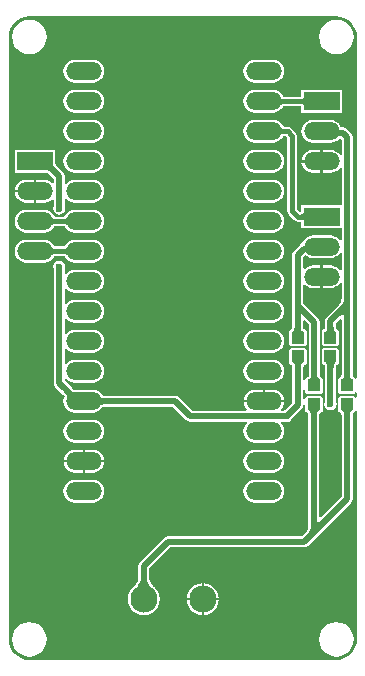
<source format=gtl>
G04*
G04 #@! TF.GenerationSoftware,Altium Limited,Altium Designer,21.6.4 (81)*
G04*
G04 Layer_Physical_Order=1*
G04 Layer_Color=255*
%FSLAX25Y25*%
%MOIN*%
G70*
G04*
G04 #@! TF.SameCoordinates,4A2346EC-D30A-4EC8-B750-871CECD4BB15*
G04*
G04*
G04 #@! TF.FilePolarity,Positive*
G04*
G01*
G75*
%ADD10C,0.02000*%
G04:AMPARAMS|DCode=15|XSize=43.31mil|YSize=39.37mil|CornerRadius=2.95mil|HoleSize=0mil|Usage=FLASHONLY|Rotation=0.000|XOffset=0mil|YOffset=0mil|HoleType=Round|Shape=RoundedRectangle|*
%AMROUNDEDRECTD15*
21,1,0.04331,0.03347,0,0,0.0*
21,1,0.03740,0.03937,0,0,0.0*
1,1,0.00591,0.01870,-0.01673*
1,1,0.00591,-0.01870,-0.01673*
1,1,0.00591,-0.01870,0.01673*
1,1,0.00591,0.01870,0.01673*
%
%ADD15ROUNDEDRECTD15*%
%ADD21C,0.01500*%
%ADD22C,0.02756*%
%ADD23R,0.11874X0.05937*%
%ADD24O,0.11874X0.05937*%
%ADD25C,0.09055*%
%ADD26C,0.02362*%
G36*
X111575Y215390D02*
X112862Y214999D01*
X114048Y214366D01*
X115087Y213512D01*
X115940Y212473D01*
X116574Y211287D01*
X116965Y210000D01*
X117096Y208670D01*
X117094Y208661D01*
X117094Y94903D01*
X116594Y94751D01*
X116439Y94983D01*
X116077Y95225D01*
X115777Y95284D01*
X115762Y95309D01*
X115715Y95428D01*
X115668Y95608D01*
X115629Y95846D01*
X115615Y96015D01*
Y119488D01*
Y175231D01*
X115475Y175933D01*
X115077Y176529D01*
X113613Y177993D01*
X113017Y178391D01*
X112315Y178531D01*
X111797D01*
X111575Y179066D01*
X110971Y179853D01*
X110184Y180457D01*
X109267Y180837D01*
X108283Y180966D01*
X102347D01*
X101363Y180837D01*
X100446Y180457D01*
X99659Y179853D01*
X99055Y179066D01*
X98675Y178149D01*
X98545Y177165D01*
X98675Y176182D01*
X99055Y175265D01*
X99659Y174478D01*
X100446Y173874D01*
X101363Y173494D01*
X102347Y173364D01*
X108283D01*
X109267Y173494D01*
X110184Y173874D01*
X110971Y174478D01*
X111082Y174622D01*
X111604Y174661D01*
X111944Y174337D01*
Y169406D01*
X111444Y169237D01*
X110971Y169853D01*
X110184Y170457D01*
X109267Y170837D01*
X108283Y170966D01*
X105715D01*
Y167165D01*
Y163364D01*
X108283D01*
X109267Y163494D01*
X110184Y163874D01*
X110971Y164478D01*
X111444Y165094D01*
X111944Y164924D01*
Y152548D01*
X98578D01*
Y150360D01*
X98489Y150336D01*
X98332Y150310D01*
X98224Y150301D01*
X97997D01*
X97053Y151245D01*
Y175787D01*
X96933Y176392D01*
X96590Y176905D01*
X95151Y178344D01*
X94639Y178686D01*
X94034Y178806D01*
X92934D01*
X92780Y178818D01*
X92565Y178847D01*
X92403Y178883D01*
X92379Y178891D01*
X92281Y179127D01*
X91677Y179914D01*
X90890Y180518D01*
X89973Y180898D01*
X88990Y181027D01*
X83053D01*
X82069Y180898D01*
X81152Y180518D01*
X80365Y179914D01*
X79761Y179127D01*
X79381Y178210D01*
X79252Y177226D01*
X79381Y176242D01*
X79761Y175326D01*
X80365Y174538D01*
X81152Y173934D01*
X82069Y173555D01*
X83053Y173425D01*
X88990D01*
X89973Y173555D01*
X90890Y173934D01*
X91677Y174538D01*
X92281Y175326D01*
X92379Y175562D01*
X92403Y175570D01*
X92552Y175602D01*
X92976Y175646D01*
X93379D01*
X93892Y175133D01*
Y150591D01*
X94012Y149986D01*
X94355Y149473D01*
X96225Y147603D01*
X96738Y147260D01*
X97342Y147140D01*
X98224D01*
X98332Y147131D01*
X98489Y147105D01*
X98578Y147081D01*
Y145011D01*
X111944D01*
Y141021D01*
X111444Y140851D01*
X110971Y141467D01*
X110184Y142071D01*
X109267Y142451D01*
X108283Y142580D01*
X102347D01*
X101363Y142451D01*
X100446Y142071D01*
X99659Y141467D01*
X99055Y140680D01*
X98706Y139837D01*
X98606Y139817D01*
X98010Y139420D01*
X96030Y137439D01*
X95632Y136844D01*
X95493Y136142D01*
Y126951D01*
X95518Y126826D01*
X95493Y126701D01*
Y112099D01*
X95482Y112004D01*
X95448Y111825D01*
X95402Y111666D01*
X95346Y111527D01*
X95281Y111404D01*
X95207Y111295D01*
X95123Y111196D01*
X95025Y111105D01*
X94878Y110995D01*
X94871Y110988D01*
X94781Y110927D01*
X94677Y110772D01*
X94665Y110759D01*
X94662Y110749D01*
X94539Y110565D01*
X94454Y110138D01*
Y106791D01*
X94539Y106364D01*
X94781Y106002D01*
X95144Y105760D01*
X95571Y105675D01*
X99311D01*
X99738Y105760D01*
X100101Y106002D01*
X100343Y106364D01*
X100428Y106791D01*
Y110138D01*
X100343Y110565D01*
X100101Y110927D01*
X99738Y111170D01*
X99322Y111252D01*
X99309Y111273D01*
X99263Y111387D01*
X99216Y111563D01*
X99178Y111797D01*
X99163Y111965D01*
Y114123D01*
X99625Y114315D01*
X101019Y112921D01*
Y96020D01*
X101005Y95851D01*
X100966Y95617D01*
X100919Y95440D01*
X100873Y95326D01*
X100860Y95305D01*
X100459Y95225D01*
X100096Y94983D01*
X99854Y94620D01*
X99769Y94193D01*
X99276Y94210D01*
Y98670D01*
X99291Y98839D01*
X99329Y99077D01*
X99376Y99257D01*
X99423Y99376D01*
X99438Y99401D01*
X99738Y99460D01*
X100101Y99703D01*
X100343Y100065D01*
X100428Y100492D01*
Y103839D01*
X100343Y104266D01*
X100101Y104628D01*
X99738Y104870D01*
X99311Y104955D01*
X95571D01*
X95144Y104870D01*
X94781Y104628D01*
X94539Y104266D01*
X94454Y103839D01*
Y100492D01*
X94539Y100065D01*
X94781Y99703D01*
X95144Y99460D01*
X95444Y99401D01*
X95458Y99376D01*
X95505Y99257D01*
X95553Y99077D01*
X95591Y98839D01*
X95606Y98670D01*
Y86784D01*
X92982Y84161D01*
X92928Y84150D01*
X92882Y84119D01*
X91861D01*
X91743Y84619D01*
X92300Y85344D01*
X92679Y86260D01*
X92756Y86844D01*
X86039D01*
X79322D01*
X79399Y86260D01*
X79779Y85344D01*
X80335Y84619D01*
X80217Y84119D01*
X62177D01*
X57754Y88542D01*
X57159Y88940D01*
X56457Y89079D01*
X33181D01*
X32932Y89096D01*
X32595Y89139D01*
X32326Y89194D01*
X32242Y89220D01*
X31696Y89932D01*
X30908Y90536D01*
X29992Y90916D01*
X29008Y91045D01*
X23071D01*
X23025Y91039D01*
X22841Y91142D01*
X22596Y91308D01*
X22065Y91751D01*
X19650Y94166D01*
Y94690D01*
X20150Y94860D01*
X20383Y94556D01*
X21170Y93952D01*
X22087Y93573D01*
X23071Y93443D01*
X29008D01*
X29992Y93573D01*
X30908Y93952D01*
X31696Y94556D01*
X32300Y95344D01*
X32679Y96260D01*
X32809Y97244D01*
X32679Y98228D01*
X32300Y99145D01*
X31696Y99932D01*
X30908Y100536D01*
X29992Y100916D01*
X29008Y101045D01*
X23071D01*
X22087Y100916D01*
X21170Y100536D01*
X20383Y99932D01*
X20150Y99628D01*
X19650Y99798D01*
Y104690D01*
X20150Y104860D01*
X20383Y104556D01*
X21170Y103952D01*
X22087Y103573D01*
X23071Y103443D01*
X29008D01*
X29992Y103573D01*
X30908Y103952D01*
X31696Y104556D01*
X32300Y105344D01*
X32679Y106260D01*
X32809Y107244D01*
X32679Y108228D01*
X32300Y109145D01*
X31696Y109932D01*
X30908Y110536D01*
X29992Y110916D01*
X29008Y111045D01*
X23071D01*
X22087Y110916D01*
X21170Y110536D01*
X20383Y109932D01*
X20150Y109628D01*
X19650Y109798D01*
Y114690D01*
X20150Y114860D01*
X20383Y114556D01*
X21170Y113952D01*
X22087Y113573D01*
X23071Y113443D01*
X29008D01*
X29992Y113573D01*
X30908Y113952D01*
X31696Y114556D01*
X32300Y115344D01*
X32679Y116260D01*
X32809Y117244D01*
X32679Y118228D01*
X32300Y119145D01*
X31696Y119932D01*
X30908Y120536D01*
X29992Y120916D01*
X29008Y121045D01*
X23071D01*
X22087Y120916D01*
X21170Y120536D01*
X20383Y119932D01*
X20150Y119628D01*
X19650Y119798D01*
Y124647D01*
X20150Y124817D01*
X20365Y124538D01*
X21152Y123933D01*
X22069Y123554D01*
X23053Y123424D01*
X28990D01*
X29973Y123554D01*
X30890Y123933D01*
X31677Y124538D01*
X32281Y125325D01*
X32661Y126241D01*
X32791Y127225D01*
X32661Y128209D01*
X32281Y129126D01*
X31677Y129913D01*
X30890Y130517D01*
X29973Y130897D01*
X28990Y131026D01*
X23053D01*
X22069Y130897D01*
X21152Y130517D01*
X20365Y129913D01*
X20150Y129633D01*
X19650Y129803D01*
Y131267D01*
X19681Y131314D01*
X19835Y132087D01*
X19681Y132860D01*
X19243Y133515D01*
X18588Y133953D01*
X17815Y134107D01*
X17042Y133953D01*
X16387Y133515D01*
X15949Y132860D01*
X15795Y132087D01*
X15949Y131314D01*
X15980Y131267D01*
Y93405D01*
X16119Y92703D01*
X16517Y92108D01*
X19160Y89465D01*
X19317Y89284D01*
X19510Y89032D01*
X19642Y88827D01*
X19645Y88821D01*
X19399Y88228D01*
X19270Y87244D01*
X19399Y86260D01*
X19779Y85344D01*
X20383Y84556D01*
X21170Y83952D01*
X22087Y83573D01*
X23071Y83443D01*
X29008D01*
X29992Y83573D01*
X30908Y83952D01*
X31696Y84556D01*
X32242Y85268D01*
X32326Y85294D01*
X32583Y85347D01*
X33235Y85409D01*
X55696D01*
X60120Y80986D01*
X60715Y80588D01*
X61417Y80448D01*
X80278D01*
X80439Y79975D01*
X80383Y79932D01*
X79779Y79145D01*
X79399Y78228D01*
X79270Y77244D01*
X79399Y76260D01*
X79779Y75344D01*
X80383Y74556D01*
X81170Y73952D01*
X82087Y73573D01*
X83071Y73443D01*
X89008D01*
X89992Y73573D01*
X90908Y73952D01*
X91696Y74556D01*
X92300Y75344D01*
X92679Y76260D01*
X92809Y77244D01*
X92679Y78228D01*
X92300Y79145D01*
X91696Y79932D01*
X91640Y79975D01*
X91800Y80448D01*
X92882D01*
X92928Y80417D01*
X93701Y80264D01*
X94474Y80417D01*
X95129Y80855D01*
X95567Y81511D01*
X95578Y81565D01*
X98739Y84726D01*
X99137Y85321D01*
X99276Y86024D01*
X99769Y86006D01*
Y84547D01*
X99854Y84120D01*
X100096Y83758D01*
X100459Y83516D01*
X100759Y83456D01*
X100773Y83431D01*
X100821Y83312D01*
X100868Y83132D01*
X100906Y82894D01*
X100921Y82725D01*
Y45717D01*
X100892Y45460D01*
X100834Y45153D01*
X100752Y44858D01*
X100648Y44574D01*
X100521Y44299D01*
X100370Y44033D01*
X100194Y43775D01*
X100033Y43573D01*
X98649Y42190D01*
X54134D01*
X53431Y42050D01*
X52836Y41652D01*
X44738Y33554D01*
X44340Y32958D01*
X44200Y32256D01*
Y28079D01*
X44153Y27816D01*
X44068Y27524D01*
X43944Y27214D01*
X43779Y26888D01*
X43571Y26545D01*
X43326Y26197D01*
X42674Y25424D01*
X42409Y25153D01*
X42236Y25020D01*
X41382Y23907D01*
X40845Y22611D01*
X40662Y21220D01*
X40845Y19830D01*
X41382Y18534D01*
X42236Y17421D01*
X43349Y16567D01*
X44645Y16030D01*
X46035Y15847D01*
X47426Y16030D01*
X48722Y16567D01*
X49835Y17421D01*
X50689Y18534D01*
X51226Y19830D01*
X51409Y21220D01*
X51226Y22611D01*
X50689Y23907D01*
X49835Y25020D01*
X49662Y25153D01*
X49389Y25432D01*
X49048Y25816D01*
X48751Y26187D01*
X48499Y26545D01*
X48292Y26888D01*
X48127Y27214D01*
X48003Y27524D01*
X47918Y27816D01*
X47871Y28079D01*
Y31496D01*
X54894Y38519D01*
X99410D01*
X100112Y38659D01*
X100707Y39057D01*
X104054Y42403D01*
X104054Y42403D01*
X115077Y53427D01*
X115475Y54022D01*
X115615Y54724D01*
Y82725D01*
X115629Y82894D01*
X115668Y83132D01*
X115715Y83312D01*
X115762Y83431D01*
X115777Y83456D01*
X116077Y83516D01*
X116439Y83758D01*
X116594Y83989D01*
X117094Y83837D01*
Y7874D01*
X117096Y7865D01*
X116965Y6536D01*
X116574Y5249D01*
X115940Y4063D01*
X115087Y3023D01*
X114048Y2170D01*
X112862Y1536D01*
X111575Y1146D01*
X110245Y1015D01*
X110236Y1016D01*
X7874D01*
X7865Y1015D01*
X6536Y1146D01*
X5249Y1536D01*
X4063Y2170D01*
X3023Y3023D01*
X2170Y4063D01*
X1536Y5249D01*
X1146Y6536D01*
X1015Y7865D01*
X1016Y7874D01*
X1016Y208163D01*
X1016Y208170D01*
X1016Y208661D01*
X1061Y209143D01*
X1146Y210000D01*
X1536Y211287D01*
X2170Y212473D01*
X3023Y213512D01*
X4063Y214366D01*
X5249Y214999D01*
X6536Y215390D01*
X7865Y215521D01*
X7874Y215519D01*
X110236D01*
X110245Y215521D01*
X111575Y215390D01*
D02*
G37*
G36*
X91548Y178579D02*
X91602Y178453D01*
X91694Y178341D01*
X91821Y178244D01*
X91985Y178162D01*
X92186Y178095D01*
X92422Y178043D01*
X92696Y178006D01*
X93006Y177984D01*
X93352Y177976D01*
Y176476D01*
X93006Y176469D01*
X92422Y176409D01*
X92186Y176357D01*
X91985Y176290D01*
X91821Y176208D01*
X91694Y176111D01*
X91602Y176000D01*
X91548Y175873D01*
X91530Y175732D01*
Y178720D01*
X91548Y178579D01*
D02*
G37*
G36*
X111176Y177779D02*
X111208Y177762D01*
X111264Y177746D01*
X111343Y177733D01*
X111446Y177722D01*
X111896Y177700D01*
X112315Y177696D01*
Y175696D01*
X112027Y175695D01*
X110801Y175613D01*
X110782Y175594D01*
X111168Y177799D01*
X111176Y177779D01*
D02*
G37*
G36*
X99402Y147221D02*
X99387Y147363D01*
X99341Y147491D01*
X99266Y147603D01*
X99160Y147701D01*
X99024Y147783D01*
X98858Y147851D01*
X98661Y147903D01*
X98434Y147941D01*
X98177Y147963D01*
X97890Y147970D01*
Y149470D01*
X98177Y149478D01*
X98434Y149501D01*
X98661Y149538D01*
X98858Y149591D01*
X99024Y149658D01*
X99160Y149741D01*
X99266Y149838D01*
X99341Y149951D01*
X99387Y150078D01*
X99402Y150221D01*
Y147221D01*
D02*
G37*
G36*
X111944Y136539D02*
Y131020D01*
X111444Y130851D01*
X110971Y131467D01*
X110184Y132071D01*
X109267Y132451D01*
X108283Y132580D01*
X105715D01*
Y128779D01*
Y124978D01*
X108283D01*
X109267Y125108D01*
X110184Y125488D01*
X110971Y126092D01*
X111444Y126708D01*
X111944Y126539D01*
Y121504D01*
X111916Y121247D01*
X111857Y120940D01*
X111776Y120645D01*
X111672Y120361D01*
X111545Y120087D01*
X111393Y119821D01*
X111218Y119562D01*
X111056Y119360D01*
X106970Y115274D01*
X106572Y114679D01*
X106432Y113976D01*
Y111960D01*
X106418Y111791D01*
X106379Y111553D01*
X106332Y111373D01*
X106285Y111254D01*
X106271Y111229D01*
X105970Y111170D01*
X105608Y110927D01*
X105366Y110565D01*
X105281Y110138D01*
Y106791D01*
X105366Y106364D01*
X105608Y106002D01*
X105970Y105760D01*
X106398Y105675D01*
X110138D01*
X110565Y105760D01*
X110927Y106002D01*
X111170Y106364D01*
X111255Y106791D01*
Y110138D01*
X111170Y110565D01*
X110927Y110927D01*
X110565Y111170D01*
X110265Y111229D01*
X110250Y111254D01*
X110203Y111373D01*
X110156Y111553D01*
X110117Y111791D01*
X110103Y111960D01*
Y113216D01*
X111482Y114595D01*
X111944Y114404D01*
Y96015D01*
X111930Y95846D01*
X111891Y95608D01*
X111844Y95428D01*
X111797Y95309D01*
X111782Y95284D01*
X111482Y95225D01*
X111120Y94983D01*
X110878Y94620D01*
X110793Y94193D01*
Y90847D01*
X110878Y90419D01*
X111120Y90057D01*
X111482Y89815D01*
X111909Y89730D01*
X115650D01*
X116077Y89815D01*
X116439Y90057D01*
X116594Y90288D01*
X117094Y90136D01*
Y88604D01*
X116594Y88452D01*
X116439Y88683D01*
X116077Y88925D01*
X115650Y89010D01*
X111909D01*
X111482Y88925D01*
X111120Y88683D01*
X110878Y88321D01*
X110793Y87894D01*
Y84547D01*
X110878Y84120D01*
X111120Y83758D01*
X111482Y83516D01*
X111782Y83456D01*
X111797Y83431D01*
X111844Y83312D01*
X111891Y83132D01*
X111930Y82894D01*
X111944Y82725D01*
Y55485D01*
X105053Y48593D01*
X104591Y48785D01*
Y82725D01*
X104606Y82894D01*
X104644Y83132D01*
X104691Y83312D01*
X104738Y83431D01*
X104753Y83456D01*
X105053Y83516D01*
X105416Y83758D01*
X105658Y84120D01*
X105743Y84547D01*
Y87894D01*
X105658Y88321D01*
X105416Y88683D01*
X105053Y88925D01*
X104626Y89010D01*
X100886D01*
X100459Y88925D01*
X100096Y88683D01*
X99854Y88321D01*
X99769Y87894D01*
X99276Y87911D01*
Y90829D01*
X99769Y90847D01*
X99854Y90419D01*
X100096Y90057D01*
X100459Y89815D01*
X100886Y89730D01*
X104626D01*
X105053Y89815D01*
X105416Y90057D01*
X105658Y90419D01*
X105743Y90847D01*
Y94193D01*
X105658Y94620D01*
X105534Y94805D01*
X105531Y94815D01*
X105519Y94828D01*
X105416Y94983D01*
X105325Y95043D01*
X105318Y95051D01*
X105167Y95163D01*
X105067Y95257D01*
X104980Y95357D01*
X104904Y95468D01*
X104838Y95591D01*
X104781Y95730D01*
X104735Y95887D01*
X104700Y96064D01*
X104690Y96160D01*
Y113681D01*
X104550Y114383D01*
X104152Y114979D01*
X99163Y119968D01*
Y125916D01*
X99641Y126086D01*
X99663Y126088D01*
X100446Y125488D01*
X101363Y125108D01*
X102347Y124978D01*
X104915D01*
Y128779D01*
Y132580D01*
X102347D01*
X101363Y132451D01*
X100446Y132071D01*
X99663Y131471D01*
X99472Y131494D01*
X99163Y131599D01*
Y135381D01*
X99780Y135998D01*
X100446Y135488D01*
X101363Y135108D01*
X102347Y134978D01*
X108283D01*
X109267Y135108D01*
X110184Y135488D01*
X110971Y136092D01*
X111444Y136708D01*
X111944Y136539D01*
D02*
G37*
G36*
X114779Y119488D02*
X112779Y115074D01*
X112765Y115440D01*
X112723Y115737D01*
X112652Y115967D01*
X112553Y116128D01*
X112426Y116220D01*
X112270Y116245D01*
X112087Y116201D01*
X111874Y116089D01*
X111634Y115908D01*
X111365Y115660D01*
Y118488D01*
X111634Y118777D01*
X111874Y119077D01*
X112087Y119389D01*
X112270Y119713D01*
X112426Y120049D01*
X112553Y120396D01*
X112652Y120755D01*
X112723Y121126D01*
X112765Y121508D01*
X112779Y121902D01*
X114779Y119488D01*
D02*
G37*
G36*
X109278Y112038D02*
X109307Y111690D01*
X109357Y111384D01*
X109427Y111118D01*
X109516Y110893D01*
X109625Y110709D01*
X109754Y110566D01*
X109903Y110464D01*
X110072Y110402D01*
X110261Y110382D01*
X106274D01*
X106463Y110402D01*
X106632Y110464D01*
X106781Y110566D01*
X106910Y110709D01*
X107019Y110893D01*
X107109Y111118D01*
X107178Y111384D01*
X107228Y111690D01*
X107258Y112038D01*
X107268Y112427D01*
X109268D01*
X109278Y112038D01*
D02*
G37*
G36*
X98338Y112041D02*
X98368Y111696D01*
X98418Y111391D01*
X98488Y111128D01*
X98577Y110907D01*
X98687Y110725D01*
X98817Y110585D01*
X98966Y110486D01*
X99136Y110429D01*
X99326Y110412D01*
X95367Y110342D01*
X95549Y110478D01*
X95713Y110631D01*
X95857Y110799D01*
X95982Y110984D01*
X96088Y111184D01*
X96174Y111401D01*
X96241Y111633D01*
X96289Y111882D01*
X96318Y112146D01*
X96328Y112427D01*
X98328D01*
X98338Y112041D01*
D02*
G37*
G36*
X99246Y100228D02*
X99077Y100166D01*
X98928Y100064D01*
X98799Y99921D01*
X98689Y99737D01*
X98600Y99512D01*
X98530Y99246D01*
X98481Y98940D01*
X98451Y98592D01*
X98441Y98203D01*
X96441D01*
X96431Y98592D01*
X96401Y98940D01*
X96351Y99246D01*
X96282Y99512D01*
X96193Y99737D01*
X96083Y99921D01*
X95954Y100064D01*
X95805Y100166D01*
X95636Y100228D01*
X95448Y100248D01*
X99434D01*
X99246Y100228D01*
D02*
G37*
G36*
X114789Y96093D02*
X114819Y95746D01*
X114869Y95439D01*
X114938Y95173D01*
X115028Y94948D01*
X115137Y94764D01*
X115266Y94621D01*
X115415Y94519D01*
X115584Y94457D01*
X115773Y94437D01*
X111786D01*
X111975Y94457D01*
X112144Y94519D01*
X112293Y94621D01*
X112422Y94764D01*
X112531Y94948D01*
X112621Y95173D01*
X112690Y95439D01*
X112740Y95746D01*
X112770Y96093D01*
X112779Y96482D01*
X114779D01*
X114789Y96093D01*
D02*
G37*
G36*
X103864Y96203D02*
X103893Y95940D01*
X103942Y95692D01*
X104010Y95461D01*
X104098Y95244D01*
X104206Y95044D01*
X104332Y94859D01*
X104479Y94689D01*
X104645Y94535D01*
X104830Y94397D01*
X100857Y94464D01*
X101046Y94481D01*
X101216Y94539D01*
X101365Y94638D01*
X101495Y94779D01*
X101605Y94960D01*
X101695Y95182D01*
X101765Y95446D01*
X101814Y95750D01*
X101844Y96095D01*
X101854Y96482D01*
X103854D01*
X103864Y96203D01*
D02*
G37*
G36*
X21432Y91217D02*
X22105Y90656D01*
X22411Y90448D01*
X22698Y90287D01*
X22965Y90175D01*
X23212Y90110D01*
X23439Y90093D01*
X23647Y90124D01*
X23834Y90203D01*
X20264Y88136D01*
X20415Y88252D01*
X20512Y88394D01*
X20554Y88563D01*
X20542Y88758D01*
X20475Y88980D01*
X20354Y89227D01*
X20179Y89501D01*
X19949Y89801D01*
X19665Y90127D01*
X19327Y90480D01*
X21066Y91569D01*
X21432Y91217D01*
D02*
G37*
G36*
X31208Y89048D02*
X31286Y88879D01*
X31417Y88730D01*
X31600Y88601D01*
X31835Y88492D01*
X32122Y88403D01*
X32462Y88333D01*
X32854Y88284D01*
X33298Y88254D01*
X33794Y88244D01*
Y86244D01*
X33298Y86234D01*
X32462Y86155D01*
X32122Y86085D01*
X31835Y85996D01*
X31600Y85887D01*
X31417Y85758D01*
X31286Y85609D01*
X31208Y85440D01*
X31182Y85252D01*
Y89236D01*
X31208Y89048D01*
D02*
G37*
G36*
X115584Y84283D02*
X115415Y84222D01*
X115266Y84119D01*
X115137Y83976D01*
X115028Y83792D01*
X114938Y83567D01*
X114869Y83301D01*
X114819Y82995D01*
X114789Y82647D01*
X114779Y82258D01*
X112779D01*
X112770Y82647D01*
X112740Y82995D01*
X112690Y83301D01*
X112621Y83567D01*
X112531Y83792D01*
X112422Y83976D01*
X112293Y84119D01*
X112144Y84222D01*
X111975Y84283D01*
X111786Y84303D01*
X115773D01*
X115584Y84283D01*
D02*
G37*
G36*
X104560D02*
X104392Y84222D01*
X104243Y84119D01*
X104113Y83976D01*
X104004Y83792D01*
X103915Y83567D01*
X103845Y83301D01*
X103796Y82995D01*
X103766Y82647D01*
X103756Y82258D01*
X101756D01*
X101746Y82647D01*
X101716Y82995D01*
X101666Y83301D01*
X101597Y83567D01*
X101508Y83792D01*
X101398Y83976D01*
X101269Y84119D01*
X101120Y84222D01*
X100951Y84283D01*
X100763Y84303D01*
X104749D01*
X104560Y84283D01*
D02*
G37*
G36*
X103770Y47749D02*
X103813Y47452D01*
X103883Y47222D01*
X103982Y47061D01*
X104110Y46969D01*
X104265Y46944D01*
X104449Y46988D01*
X104661Y47100D01*
X104901Y47280D01*
X105170Y47529D01*
X104877Y44408D01*
X103463Y42994D01*
X100342Y42701D01*
X100610Y42990D01*
X100851Y43290D01*
X101063Y43602D01*
X101247Y43926D01*
X101402Y44262D01*
X101530Y44609D01*
X101629Y44968D01*
X101699Y45338D01*
X101742Y45721D01*
X101756Y46115D01*
X103756Y48115D01*
X103770Y47749D01*
D02*
G37*
G36*
X47057Y27995D02*
X47122Y27630D01*
X47231Y27257D01*
X47383Y26878D01*
X47578Y26492D01*
X47816Y26098D01*
X48098Y25698D01*
X48424Y25290D01*
X48793Y24875D01*
X49205Y24454D01*
X42866D01*
X43278Y24875D01*
X43973Y25698D01*
X44254Y26098D01*
X44493Y26492D01*
X44688Y26878D01*
X44840Y27257D01*
X44949Y27630D01*
X45014Y27995D01*
X45035Y28353D01*
X47035D01*
X47057Y27995D01*
D02*
G37*
%LPC*%
G36*
X110236Y214419D02*
X108746Y214223D01*
X107357Y213648D01*
X106165Y212733D01*
X105250Y211540D01*
X104674Y210152D01*
X104478Y208661D01*
X104674Y207171D01*
X105250Y205783D01*
X106165Y204590D01*
X107357Y203675D01*
X108746Y203100D01*
X110236Y202904D01*
X111726Y203100D01*
X113115Y203675D01*
X114308Y204590D01*
X115223Y205783D01*
X115798Y207171D01*
X115994Y208661D01*
X115798Y210152D01*
X115223Y211540D01*
X114308Y212733D01*
X113115Y213648D01*
X111726Y214223D01*
X110236Y214419D01*
D02*
G37*
G36*
X7874D02*
X6384Y214223D01*
X4995Y213648D01*
X3803Y212733D01*
X2888Y211540D01*
X2312Y210152D01*
X2116Y208661D01*
X2312Y207171D01*
X2888Y205783D01*
X3803Y204590D01*
X4995Y203675D01*
X6384Y203100D01*
X7874Y202904D01*
X9364Y203100D01*
X10753Y203675D01*
X11946Y204590D01*
X12860Y205783D01*
X13436Y207171D01*
X13632Y208661D01*
X13436Y210152D01*
X12860Y211540D01*
X11946Y212733D01*
X10753Y213648D01*
X9364Y214223D01*
X7874Y214419D01*
D02*
G37*
G36*
X88990Y201027D02*
X83053D01*
X82069Y200898D01*
X81152Y200518D01*
X80365Y199914D01*
X79761Y199127D01*
X79381Y198210D01*
X79252Y197226D01*
X79381Y196242D01*
X79761Y195326D01*
X80365Y194538D01*
X81152Y193934D01*
X82069Y193555D01*
X83053Y193425D01*
X88990D01*
X89973Y193555D01*
X90890Y193934D01*
X91677Y194538D01*
X92281Y195326D01*
X92661Y196242D01*
X92791Y197226D01*
X92661Y198210D01*
X92281Y199127D01*
X91677Y199914D01*
X90890Y200518D01*
X89973Y200898D01*
X88990Y201027D01*
D02*
G37*
G36*
X28990D02*
X23053D01*
X22069Y200898D01*
X21152Y200518D01*
X20365Y199914D01*
X19761Y199127D01*
X19381Y198210D01*
X19252Y197226D01*
X19381Y196242D01*
X19761Y195326D01*
X20365Y194538D01*
X21152Y193934D01*
X22069Y193555D01*
X23053Y193425D01*
X28990D01*
X29973Y193555D01*
X30890Y193934D01*
X31677Y194538D01*
X32281Y195326D01*
X32661Y196242D01*
X32791Y197226D01*
X32661Y198210D01*
X32281Y199127D01*
X31677Y199914D01*
X30890Y200518D01*
X29973Y200898D01*
X28990Y201027D01*
D02*
G37*
G36*
Y191027D02*
X23053D01*
X22069Y190898D01*
X21152Y190518D01*
X20365Y189914D01*
X19761Y189127D01*
X19381Y188210D01*
X19252Y187226D01*
X19381Y186242D01*
X19761Y185326D01*
X20365Y184538D01*
X21152Y183934D01*
X22069Y183555D01*
X23053Y183425D01*
X28990D01*
X29973Y183555D01*
X30890Y183934D01*
X31677Y184538D01*
X32281Y185326D01*
X32661Y186242D01*
X32791Y187226D01*
X32661Y188210D01*
X32281Y189127D01*
X31677Y189914D01*
X30890Y190518D01*
X29973Y190898D01*
X28990Y191027D01*
D02*
G37*
G36*
X88990D02*
X83053D01*
X82069Y190898D01*
X81152Y190518D01*
X80365Y189914D01*
X79761Y189127D01*
X79381Y188210D01*
X79252Y187226D01*
X79381Y186242D01*
X79761Y185326D01*
X80365Y184538D01*
X81152Y183934D01*
X82069Y183555D01*
X83053Y183425D01*
X88990D01*
X89973Y183555D01*
X90890Y183934D01*
X91677Y184538D01*
X92281Y185326D01*
X92353Y185499D01*
X92382Y185509D01*
X92533Y185542D01*
X92958Y185585D01*
X98224D01*
X98332Y185575D01*
X98489Y185550D01*
X98578Y185526D01*
Y183397D01*
X112052D01*
Y190934D01*
X98578D01*
Y188805D01*
X98489Y188781D01*
X98332Y188755D01*
X98224Y188746D01*
X92952D01*
X92799Y188757D01*
X92585Y188786D01*
X92424Y188821D01*
X92405Y188828D01*
X92281Y189127D01*
X91677Y189914D01*
X90890Y190518D01*
X89973Y190898D01*
X88990Y191027D01*
D02*
G37*
G36*
X28990Y181027D02*
X23053D01*
X22069Y180898D01*
X21152Y180518D01*
X20365Y179914D01*
X19761Y179127D01*
X19381Y178210D01*
X19252Y177226D01*
X19381Y176242D01*
X19761Y175326D01*
X20365Y174538D01*
X21152Y173934D01*
X22069Y173555D01*
X23053Y173425D01*
X28990D01*
X29973Y173555D01*
X30890Y173934D01*
X31677Y174538D01*
X32281Y175326D01*
X32661Y176242D01*
X32791Y177226D01*
X32661Y178210D01*
X32281Y179127D01*
X31677Y179914D01*
X30890Y180518D01*
X29973Y180898D01*
X28990Y181027D01*
D02*
G37*
G36*
X104915Y170966D02*
X102347D01*
X101363Y170837D01*
X100446Y170457D01*
X99659Y169853D01*
X99055Y169066D01*
X98675Y168149D01*
X98598Y167565D01*
X104915D01*
Y170966D01*
D02*
G37*
G36*
X88990Y171027D02*
X83053D01*
X82069Y170898D01*
X81152Y170518D01*
X80365Y169914D01*
X79761Y169127D01*
X79381Y168210D01*
X79252Y167226D01*
X79381Y166242D01*
X79761Y165326D01*
X80365Y164538D01*
X81152Y163934D01*
X82069Y163555D01*
X83053Y163425D01*
X88990D01*
X89973Y163555D01*
X90890Y163934D01*
X91677Y164538D01*
X92281Y165326D01*
X92661Y166242D01*
X92791Y167226D01*
X92661Y168210D01*
X92281Y169127D01*
X91677Y169914D01*
X90890Y170518D01*
X89973Y170898D01*
X88990Y171027D01*
D02*
G37*
G36*
X28990D02*
X23053D01*
X22069Y170898D01*
X21152Y170518D01*
X20365Y169914D01*
X19761Y169127D01*
X19381Y168210D01*
X19252Y167226D01*
X19381Y166242D01*
X19761Y165326D01*
X20365Y164538D01*
X21152Y163934D01*
X22069Y163555D01*
X23053Y163425D01*
X28990D01*
X29973Y163555D01*
X30890Y163934D01*
X31677Y164538D01*
X32281Y165326D01*
X32661Y166242D01*
X32791Y167226D01*
X32661Y168210D01*
X32281Y169127D01*
X31677Y169914D01*
X30890Y170518D01*
X29973Y170898D01*
X28990Y171027D01*
D02*
G37*
G36*
X104915Y166765D02*
X98598D01*
X98675Y166182D01*
X99055Y165265D01*
X99659Y164478D01*
X100446Y163874D01*
X101363Y163494D01*
X102347Y163364D01*
X104915D01*
Y166765D01*
D02*
G37*
G36*
X16579Y171013D02*
X3105D01*
Y163476D01*
X12921D01*
X12939Y163472D01*
X12958Y163476D01*
X13777D01*
X13861Y163428D01*
X14124Y163244D01*
X14716Y162743D01*
X15980Y161480D01*
Y160083D01*
X15658Y159974D01*
X15480Y159947D01*
X14712Y160536D01*
X13795Y160916D01*
X12811Y161045D01*
X10243D01*
Y157244D01*
Y153443D01*
X12811D01*
X13795Y153573D01*
X14712Y153952D01*
X15480Y154542D01*
X15658Y154515D01*
X15980Y154405D01*
Y152296D01*
X15949Y152249D01*
X15795Y151476D01*
X15949Y150703D01*
X16387Y150048D01*
X17042Y149610D01*
X17815Y149457D01*
X18588Y149610D01*
X19243Y150048D01*
X19681Y150703D01*
X19835Y151476D01*
X19681Y152249D01*
X19650Y152296D01*
Y154648D01*
X20150Y154818D01*
X20365Y154538D01*
X21152Y153934D01*
X22069Y153555D01*
X23053Y153425D01*
X28990D01*
X29973Y153555D01*
X30890Y153934D01*
X31677Y154538D01*
X32281Y155326D01*
X32661Y156242D01*
X32791Y157226D01*
X32661Y158210D01*
X32281Y159127D01*
X31677Y159914D01*
X30890Y160518D01*
X29973Y160898D01*
X28990Y161027D01*
X23053D01*
X22069Y160898D01*
X21152Y160518D01*
X20365Y159914D01*
X20150Y159634D01*
X19650Y159804D01*
Y162240D01*
X19511Y162943D01*
X19113Y163538D01*
X17409Y165241D01*
X17064Y165612D01*
X16817Y165921D01*
X16627Y166194D01*
X16579Y166278D01*
Y167098D01*
X16583Y167116D01*
X16579Y167134D01*
Y171013D01*
D02*
G37*
G36*
X9443Y161045D02*
X6874D01*
X5890Y160916D01*
X4973Y160536D01*
X4186Y159932D01*
X3582Y159145D01*
X3202Y158228D01*
X3126Y157644D01*
X9443D01*
Y161045D01*
D02*
G37*
G36*
Y156844D02*
X3126D01*
X3202Y156260D01*
X3582Y155344D01*
X4186Y154556D01*
X4973Y153952D01*
X5890Y153573D01*
X6874Y153443D01*
X9443D01*
Y156844D01*
D02*
G37*
G36*
X88990Y161027D02*
X83053D01*
X82069Y160898D01*
X81152Y160518D01*
X80365Y159914D01*
X79761Y159127D01*
X79381Y158210D01*
X79252Y157226D01*
X79381Y156242D01*
X79761Y155326D01*
X80365Y154538D01*
X81152Y153934D01*
X82069Y153555D01*
X83053Y153425D01*
X88990D01*
X89973Y153555D01*
X90890Y153934D01*
X91677Y154538D01*
X92281Y155326D01*
X92661Y156242D01*
X92791Y157226D01*
X92661Y158210D01*
X92281Y159127D01*
X91677Y159914D01*
X90890Y160518D01*
X89973Y160898D01*
X88990Y161027D01*
D02*
G37*
G36*
Y151027D02*
X83053D01*
X82069Y150898D01*
X81152Y150518D01*
X80365Y149914D01*
X79761Y149127D01*
X79381Y148210D01*
X79252Y147226D01*
X79381Y146242D01*
X79761Y145326D01*
X80365Y144538D01*
X81152Y143934D01*
X82069Y143555D01*
X83053Y143425D01*
X88990D01*
X89973Y143555D01*
X90890Y143934D01*
X91677Y144538D01*
X92281Y145326D01*
X92661Y146242D01*
X92791Y147226D01*
X92661Y148210D01*
X92281Y149127D01*
X91677Y149914D01*
X90890Y150518D01*
X89973Y150898D01*
X88990Y151027D01*
D02*
G37*
G36*
X12811Y151045D02*
X6874D01*
X5890Y150916D01*
X4973Y150536D01*
X4186Y149932D01*
X3582Y149145D01*
X3202Y148228D01*
X3073Y147244D01*
X3202Y146260D01*
X3582Y145344D01*
X4186Y144556D01*
X4973Y143952D01*
X5890Y143573D01*
X6874Y143443D01*
X12811D01*
X13795Y143573D01*
X14712Y143952D01*
X15499Y144556D01*
X16103Y145344D01*
X16197Y145570D01*
X16221Y145579D01*
X16371Y145611D01*
X16795Y145655D01*
X19105D01*
X19259Y145644D01*
X19474Y145614D01*
X19636Y145579D01*
X19659Y145571D01*
X19761Y145326D01*
X20365Y144538D01*
X21152Y143934D01*
X22069Y143555D01*
X23053Y143425D01*
X28990D01*
X29973Y143555D01*
X30890Y143934D01*
X31677Y144538D01*
X32281Y145326D01*
X32661Y146242D01*
X32791Y147226D01*
X32661Y148210D01*
X32281Y149127D01*
X31677Y149914D01*
X30890Y150518D01*
X29973Y150898D01*
X28990Y151027D01*
X23053D01*
X22069Y150898D01*
X21152Y150518D01*
X20365Y149914D01*
X19761Y149127D01*
X19667Y148900D01*
X19642Y148892D01*
X19493Y148859D01*
X19069Y148816D01*
X16758D01*
X16604Y148827D01*
X16389Y148856D01*
X16228Y148891D01*
X16204Y148899D01*
X16103Y149145D01*
X15499Y149932D01*
X14712Y150536D01*
X13795Y150916D01*
X12811Y151045D01*
D02*
G37*
G36*
X88990Y141041D02*
X83053D01*
X82069Y140911D01*
X81152Y140532D01*
X80365Y139928D01*
X79761Y139140D01*
X79381Y138224D01*
X79252Y137240D01*
X79381Y136256D01*
X79761Y135339D01*
X80365Y134552D01*
X81152Y133948D01*
X82069Y133568D01*
X83053Y133439D01*
X88990D01*
X89973Y133568D01*
X90890Y133948D01*
X91677Y134552D01*
X92281Y135339D01*
X92661Y136256D01*
X92791Y137240D01*
X92661Y138224D01*
X92281Y139140D01*
X91677Y139928D01*
X90890Y140532D01*
X89973Y140911D01*
X88990Y141041D01*
D02*
G37*
G36*
X12811Y141045D02*
X6874D01*
X5890Y140916D01*
X4973Y140536D01*
X4186Y139932D01*
X3582Y139145D01*
X3202Y138228D01*
X3073Y137244D01*
X3202Y136260D01*
X3582Y135344D01*
X4186Y134556D01*
X4973Y133952D01*
X5890Y133573D01*
X6874Y133443D01*
X12811D01*
X13795Y133573D01*
X14712Y133952D01*
X15499Y134556D01*
X16103Y135344D01*
X16200Y135577D01*
X16224Y135586D01*
X16373Y135618D01*
X16797Y135662D01*
X19107D01*
X19261Y135651D01*
X19476Y135621D01*
X19638Y135586D01*
X19662Y135578D01*
X19761Y135339D01*
X20365Y134552D01*
X21152Y133948D01*
X22069Y133568D01*
X23053Y133439D01*
X28990D01*
X29973Y133568D01*
X30890Y133948D01*
X31677Y134552D01*
X32281Y135339D01*
X32661Y136256D01*
X32791Y137240D01*
X32661Y138224D01*
X32281Y139140D01*
X31677Y139928D01*
X30890Y140532D01*
X29973Y140911D01*
X28990Y141041D01*
X23053D01*
X22069Y140911D01*
X21152Y140532D01*
X20365Y139928D01*
X19761Y139140D01*
X19664Y138907D01*
X19640Y138898D01*
X19491Y138866D01*
X19067Y138822D01*
X16756D01*
X16602Y138833D01*
X16387Y138863D01*
X16225Y138898D01*
X16202Y138906D01*
X16103Y139145D01*
X15499Y139932D01*
X14712Y140536D01*
X13795Y140916D01*
X12811Y141045D01*
D02*
G37*
G36*
X88990Y131026D02*
X83053D01*
X82069Y130897D01*
X81152Y130517D01*
X80365Y129913D01*
X79761Y129126D01*
X79381Y128209D01*
X79252Y127225D01*
X79381Y126241D01*
X79761Y125325D01*
X80365Y124538D01*
X81152Y123933D01*
X82069Y123554D01*
X83053Y123424D01*
X88990D01*
X89973Y123554D01*
X90890Y123933D01*
X91677Y124538D01*
X92281Y125325D01*
X92661Y126241D01*
X92791Y127225D01*
X92661Y128209D01*
X92281Y129126D01*
X91677Y129913D01*
X90890Y130517D01*
X89973Y130897D01*
X88990Y131026D01*
D02*
G37*
G36*
X89008Y121045D02*
X83071D01*
X82087Y120916D01*
X81170Y120536D01*
X80383Y119932D01*
X79779Y119145D01*
X79399Y118228D01*
X79270Y117244D01*
X79399Y116260D01*
X79779Y115344D01*
X80383Y114556D01*
X81170Y113952D01*
X82087Y113573D01*
X83071Y113443D01*
X89008D01*
X89992Y113573D01*
X90908Y113952D01*
X91696Y114556D01*
X92300Y115344D01*
X92679Y116260D01*
X92809Y117244D01*
X92679Y118228D01*
X92300Y119145D01*
X91696Y119932D01*
X90908Y120536D01*
X89992Y120916D01*
X89008Y121045D01*
D02*
G37*
G36*
Y111045D02*
X83071D01*
X82087Y110916D01*
X81170Y110536D01*
X80383Y109932D01*
X79779Y109145D01*
X79399Y108228D01*
X79270Y107244D01*
X79399Y106260D01*
X79779Y105344D01*
X80383Y104556D01*
X81170Y103952D01*
X82087Y103573D01*
X83071Y103443D01*
X89008D01*
X89992Y103573D01*
X90908Y103952D01*
X91696Y104556D01*
X92300Y105344D01*
X92679Y106260D01*
X92809Y107244D01*
X92679Y108228D01*
X92300Y109145D01*
X91696Y109932D01*
X90908Y110536D01*
X89992Y110916D01*
X89008Y111045D01*
D02*
G37*
G36*
Y101045D02*
X83071D01*
X82087Y100916D01*
X81170Y100536D01*
X80383Y99932D01*
X79779Y99145D01*
X79399Y98228D01*
X79270Y97244D01*
X79399Y96260D01*
X79779Y95344D01*
X80383Y94556D01*
X81170Y93952D01*
X82087Y93573D01*
X83071Y93443D01*
X89008D01*
X89992Y93573D01*
X90908Y93952D01*
X91696Y94556D01*
X92300Y95344D01*
X92679Y96260D01*
X92809Y97244D01*
X92679Y98228D01*
X92300Y99145D01*
X91696Y99932D01*
X90908Y100536D01*
X89992Y100916D01*
X89008Y101045D01*
D02*
G37*
G36*
Y91045D02*
X86439D01*
Y87644D01*
X92756D01*
X92679Y88228D01*
X92300Y89145D01*
X91696Y89932D01*
X90908Y90536D01*
X89992Y90916D01*
X89008Y91045D01*
D02*
G37*
G36*
X85639D02*
X83071D01*
X82087Y90916D01*
X81170Y90536D01*
X80383Y89932D01*
X79779Y89145D01*
X79399Y88228D01*
X79322Y87644D01*
X85639D01*
Y91045D01*
D02*
G37*
G36*
X29008Y81045D02*
X23071D01*
X22087Y80916D01*
X21170Y80536D01*
X20383Y79932D01*
X19779Y79145D01*
X19399Y78228D01*
X19270Y77244D01*
X19399Y76260D01*
X19779Y75344D01*
X20383Y74556D01*
X21170Y73952D01*
X22087Y73573D01*
X23071Y73443D01*
X29008D01*
X29992Y73573D01*
X30908Y73952D01*
X31696Y74556D01*
X32300Y75344D01*
X32679Y76260D01*
X32809Y77244D01*
X32679Y78228D01*
X32300Y79145D01*
X31696Y79932D01*
X30908Y80536D01*
X29992Y80916D01*
X29008Y81045D01*
D02*
G37*
G36*
Y71045D02*
X26439D01*
Y67644D01*
X32756D01*
X32679Y68228D01*
X32300Y69145D01*
X31696Y69932D01*
X30908Y70536D01*
X29992Y70916D01*
X29008Y71045D01*
D02*
G37*
G36*
X25639D02*
X23071D01*
X22087Y70916D01*
X21170Y70536D01*
X20383Y69932D01*
X19779Y69145D01*
X19399Y68228D01*
X19322Y67644D01*
X25639D01*
Y71045D01*
D02*
G37*
G36*
X89008D02*
X83071D01*
X82087Y70916D01*
X81170Y70536D01*
X80383Y69932D01*
X79779Y69145D01*
X79399Y68228D01*
X79270Y67244D01*
X79399Y66260D01*
X79779Y65344D01*
X80383Y64556D01*
X81170Y63952D01*
X82087Y63573D01*
X83071Y63443D01*
X89008D01*
X89992Y63573D01*
X90908Y63952D01*
X91696Y64556D01*
X92300Y65344D01*
X92679Y66260D01*
X92809Y67244D01*
X92679Y68228D01*
X92300Y69145D01*
X91696Y69932D01*
X90908Y70536D01*
X89992Y70916D01*
X89008Y71045D01*
D02*
G37*
G36*
X32756Y66844D02*
X26439D01*
Y63443D01*
X29008D01*
X29992Y63573D01*
X30908Y63952D01*
X31696Y64556D01*
X32300Y65344D01*
X32679Y66260D01*
X32756Y66844D01*
D02*
G37*
G36*
X25639D02*
X19322D01*
X19399Y66260D01*
X19779Y65344D01*
X20383Y64556D01*
X21170Y63952D01*
X22087Y63573D01*
X23071Y63443D01*
X25639D01*
Y66844D01*
D02*
G37*
G36*
X89008Y61045D02*
X83071D01*
X82087Y60916D01*
X81170Y60536D01*
X80383Y59932D01*
X79779Y59145D01*
X79399Y58228D01*
X79270Y57244D01*
X79399Y56260D01*
X79779Y55344D01*
X80383Y54556D01*
X81170Y53952D01*
X82087Y53573D01*
X83071Y53443D01*
X89008D01*
X89992Y53573D01*
X90908Y53952D01*
X91696Y54556D01*
X92300Y55344D01*
X92679Y56260D01*
X92809Y57244D01*
X92679Y58228D01*
X92300Y59145D01*
X91696Y59932D01*
X90908Y60536D01*
X89992Y60916D01*
X89008Y61045D01*
D02*
G37*
G36*
X29008D02*
X23071D01*
X22087Y60916D01*
X21170Y60536D01*
X20383Y59932D01*
X19779Y59145D01*
X19399Y58228D01*
X19270Y57244D01*
X19399Y56260D01*
X19779Y55344D01*
X20383Y54556D01*
X21170Y53952D01*
X22087Y53573D01*
X23071Y53443D01*
X29008D01*
X29992Y53573D01*
X30908Y53952D01*
X31696Y54556D01*
X32300Y55344D01*
X32679Y56260D01*
X32809Y57244D01*
X32679Y58228D01*
X32300Y59145D01*
X31696Y59932D01*
X30908Y60536D01*
X29992Y60916D01*
X29008Y61045D01*
D02*
G37*
G36*
X66120Y26541D02*
Y21621D01*
X71041D01*
X70911Y22611D01*
X70374Y23907D01*
X69520Y25020D01*
X68407Y25874D01*
X67111Y26411D01*
X66120Y26541D01*
D02*
G37*
G36*
X65320D02*
X64330Y26411D01*
X63034Y25874D01*
X61921Y25020D01*
X61067Y23907D01*
X60530Y22611D01*
X60400Y21621D01*
X65320D01*
Y26541D01*
D02*
G37*
G36*
X71041Y20820D02*
X66120D01*
Y15900D01*
X67111Y16030D01*
X68407Y16567D01*
X69520Y17421D01*
X70374Y18534D01*
X70911Y19830D01*
X71041Y20820D01*
D02*
G37*
G36*
X65320D02*
X60400D01*
X60530Y19830D01*
X61067Y18534D01*
X61921Y17421D01*
X63034Y16567D01*
X64330Y16030D01*
X65320Y15900D01*
Y20820D01*
D02*
G37*
G36*
X110236Y13632D02*
X108746Y13436D01*
X107357Y12860D01*
X106165Y11946D01*
X105250Y10753D01*
X104674Y9364D01*
X104478Y7874D01*
X104674Y6384D01*
X105250Y4995D01*
X106165Y3803D01*
X107357Y2888D01*
X108746Y2312D01*
X110236Y2116D01*
X111726Y2312D01*
X113115Y2888D01*
X114308Y3803D01*
X115223Y4995D01*
X115798Y6384D01*
X115994Y7874D01*
X115798Y9364D01*
X115223Y10753D01*
X114308Y11946D01*
X113115Y12860D01*
X111726Y13436D01*
X110236Y13632D01*
D02*
G37*
G36*
X7874D02*
X6384Y13436D01*
X4995Y12860D01*
X3803Y11946D01*
X2888Y10753D01*
X2312Y9364D01*
X2116Y7874D01*
X2312Y6384D01*
X2888Y4995D01*
X3803Y3803D01*
X4995Y2888D01*
X6384Y2312D01*
X7874Y2116D01*
X9364Y2312D01*
X10753Y2888D01*
X11946Y3803D01*
X12860Y4995D01*
X13436Y6384D01*
X13632Y7874D01*
X13436Y9364D01*
X12860Y10753D01*
X11946Y11946D01*
X10753Y12860D01*
X9364Y13436D01*
X7874Y13632D01*
D02*
G37*
%LPD*%
G36*
X91577Y188518D02*
X91629Y188392D01*
X91718Y188280D01*
X91844Y188183D01*
X92006Y188101D01*
X92205Y188034D01*
X92441Y187982D01*
X92714Y187945D01*
X93024Y187923D01*
X93370Y187915D01*
X93333Y186415D01*
X92987Y186408D01*
X92404Y186348D01*
X92166Y186296D01*
X91964Y186229D01*
X91799Y186147D01*
X91669Y186051D01*
X91576Y185939D01*
X91518Y185812D01*
X91497Y185671D01*
X91562Y188660D01*
X91577Y188518D01*
D02*
G37*
G36*
X99402Y185665D02*
X99387Y185808D01*
X99341Y185935D01*
X99266Y186048D01*
X99160Y186145D01*
X99024Y186228D01*
X98858Y186295D01*
X98661Y186348D01*
X98434Y186385D01*
X98177Y186408D01*
X97890Y186415D01*
Y187915D01*
X98177Y187923D01*
X98434Y187945D01*
X98661Y187983D01*
X98858Y188035D01*
X99024Y188103D01*
X99160Y188185D01*
X99266Y188283D01*
X99341Y188395D01*
X99387Y188523D01*
X99402Y188665D01*
Y185665D01*
D02*
G37*
G36*
X15654Y166960D02*
X15598Y166777D01*
Y166565D01*
X15654Y166324D01*
X15767Y166055D01*
X15937Y165758D01*
X16163Y165433D01*
X16446Y165079D01*
X17182Y164288D01*
X15767Y162873D01*
X15357Y163269D01*
X14622Y163892D01*
X14297Y164118D01*
X14000Y164288D01*
X13731Y164401D01*
X13491Y164457D01*
X13279D01*
X13095Y164401D01*
X12939Y164288D01*
X15767Y167116D01*
X15654Y166960D01*
D02*
G37*
G36*
X20508Y145741D02*
X20490Y145882D01*
X20436Y146009D01*
X20345Y146120D01*
X20218Y146217D01*
X20054Y146299D01*
X19854Y146366D01*
X19617Y146418D01*
X19344Y146455D01*
X19034Y146478D01*
X18688Y146485D01*
X18693Y147985D01*
X19039Y147993D01*
X19623Y148052D01*
X19860Y148104D01*
X20060Y148171D01*
X20224Y148253D01*
X20352Y148350D01*
X20444Y148461D01*
X20499Y148588D01*
X20517Y148730D01*
X20508Y145741D01*
D02*
G37*
G36*
X15374Y148588D02*
X15428Y148461D01*
X15519Y148350D01*
X15646Y148253D01*
X15810Y148171D01*
X16010Y148104D01*
X16247Y148052D01*
X16520Y148015D01*
X16830Y147993D01*
X17176Y147985D01*
X17170Y146485D01*
X16824Y146478D01*
X16241Y146418D01*
X16004Y146366D01*
X15803Y146299D01*
X15639Y146217D01*
X15511Y146120D01*
X15420Y146009D01*
X15365Y145882D01*
X15346Y145741D01*
X15356Y148730D01*
X15374Y148588D01*
D02*
G37*
G36*
X25045Y136267D02*
X24975Y136310D01*
X24856Y136348D01*
X24686Y136382D01*
X24467Y136411D01*
X23879Y136456D01*
X22107Y136492D01*
Y137992D01*
X22625Y137994D01*
X24856Y138136D01*
X24975Y138174D01*
X25045Y138217D01*
Y136267D01*
D02*
G37*
G36*
X10888Y138174D02*
X11008Y138136D01*
X11177Y138102D01*
X11397Y138073D01*
X11984Y138028D01*
X13757Y137992D01*
Y136492D01*
X13239Y136490D01*
X11008Y136348D01*
X10888Y136310D01*
X10818Y136267D01*
Y138217D01*
X10888Y138174D01*
D02*
G37*
G36*
X20512Y135748D02*
X20493Y135889D01*
X20439Y136016D01*
X20348Y136127D01*
X20220Y136224D01*
X20056Y136306D01*
X19856Y136373D01*
X19619Y136425D01*
X19346Y136462D01*
X19036Y136485D01*
X18690Y136492D01*
X18691Y137992D01*
X19037Y137999D01*
X19621Y138059D01*
X19857Y138111D01*
X20058Y138178D01*
X20222Y138260D01*
X20349Y138357D01*
X20441Y138468D01*
X20495Y138595D01*
X20514Y138736D01*
X20512Y135748D01*
D02*
G37*
G36*
X15370Y138595D02*
X15425Y138468D01*
X15516Y138357D01*
X15643Y138260D01*
X15807Y138178D01*
X16008Y138111D01*
X16244Y138059D01*
X16518Y138022D01*
X16827Y137999D01*
X17174Y137992D01*
X17172Y136492D01*
X16826Y136485D01*
X16243Y136425D01*
X16006Y136373D01*
X15806Y136306D01*
X15642Y136224D01*
X15514Y136127D01*
X15423Y136016D01*
X15368Y135889D01*
X15350Y135748D01*
X15352Y138736D01*
X15370Y138595D01*
D02*
G37*
%LPC*%
G36*
X110138Y104955D02*
X106398D01*
X105970Y104870D01*
X105608Y104628D01*
X105366Y104266D01*
X105281Y103839D01*
Y100492D01*
X105366Y100065D01*
X105608Y99703D01*
X105970Y99460D01*
X106271Y99401D01*
X106285Y99376D01*
X106332Y99257D01*
X106379Y99077D01*
X106418Y98839D01*
X106432Y98670D01*
Y87040D01*
X106402Y86993D01*
X106248Y86221D01*
X106402Y85448D01*
X106839Y84792D01*
X107495Y84354D01*
X108268Y84201D01*
X109041Y84354D01*
X109696Y84792D01*
X110134Y85448D01*
X110288Y86221D01*
X110134Y86993D01*
X110103Y87040D01*
Y98670D01*
X110117Y98839D01*
X110156Y99077D01*
X110203Y99257D01*
X110250Y99376D01*
X110265Y99401D01*
X110565Y99460D01*
X110927Y99703D01*
X111170Y100065D01*
X111255Y100492D01*
Y103839D01*
X111170Y104266D01*
X110927Y104628D01*
X110565Y104870D01*
X110138Y104955D01*
D02*
G37*
%LPD*%
G36*
X110072Y100228D02*
X109903Y100166D01*
X109754Y100064D01*
X109625Y99921D01*
X109516Y99737D01*
X109427Y99512D01*
X109357Y99246D01*
X109307Y98940D01*
X109278Y98592D01*
X109268Y98203D01*
X107268D01*
X107258Y98592D01*
X107228Y98940D01*
X107178Y99246D01*
X107109Y99512D01*
X107019Y99737D01*
X106910Y99921D01*
X106781Y100064D01*
X106632Y100166D01*
X106463Y100228D01*
X106274Y100248D01*
X110261D01*
X110072Y100228D01*
D02*
G37*
D10*
X108268Y86221D02*
Y102165D01*
X56457Y87244D02*
X61417Y82284D01*
X93701D01*
X97441Y86024D01*
Y102165D01*
X26039Y87244D02*
X56457D01*
X17815Y93405D02*
X23976Y87244D01*
X26039D01*
X17815Y93405D02*
Y132087D01*
Y151476D02*
Y162240D01*
X12811Y167244D02*
X17815Y162240D01*
X97328Y108578D02*
Y126701D01*
Y126951D02*
Y136142D01*
X97578Y118957D02*
X102854Y113681D01*
X106535Y138122D02*
X107134Y138721D01*
X97328Y136142D02*
X99308Y138122D01*
X106535D01*
X102854Y92520D02*
Y113681D01*
X99410Y40354D02*
X102756Y43701D01*
X54134Y40354D02*
X99410D01*
X46035Y32256D02*
X54134Y40354D01*
X102756Y43701D02*
X113779Y54724D01*
X102756Y43701D02*
Y86221D01*
X107659Y176696D02*
X112315D01*
X107134Y177220D02*
X107659Y176696D01*
X112315D02*
X113779Y175231D01*
Y119488D02*
Y175231D01*
Y92520D02*
Y119488D01*
X108268Y113976D02*
X113779Y119488D01*
X108268Y108465D02*
Y113976D01*
X113779Y54724D02*
Y86221D01*
X9843Y167244D02*
X12811D01*
X46035Y21220D02*
Y32256D01*
D15*
X108268Y102165D02*
D03*
Y108465D02*
D03*
X97441Y102165D02*
D03*
Y108465D02*
D03*
X113779Y92520D02*
D03*
Y86221D02*
D03*
X102756Y92520D02*
D03*
Y86221D02*
D03*
D21*
X95472Y150591D02*
X97342Y148721D01*
X95472Y150591D02*
Y175787D01*
X94034Y177226D02*
X95472Y175787D01*
X86082Y187165D02*
X105315D01*
X97342Y148721D02*
X107134D01*
X9845Y137242D02*
X26019D01*
X9843Y147244D02*
X9851Y147235D01*
X26012D01*
X26021Y147226D01*
X86021Y177226D02*
X94034D01*
X22702Y147226D02*
X26021D01*
D22*
X26019Y137242D02*
X26021Y137240D01*
X9843Y137244D02*
X9845Y137242D01*
D23*
X105315Y187165D02*
D03*
Y148779D02*
D03*
X9843Y167244D02*
D03*
D24*
X105315Y177165D02*
D03*
Y167165D02*
D03*
Y138779D02*
D03*
Y128779D02*
D03*
X9843Y157244D02*
D03*
Y137244D02*
D03*
Y147244D02*
D03*
X86039Y107244D02*
D03*
Y97244D02*
D03*
Y57244D02*
D03*
Y67244D02*
D03*
Y87244D02*
D03*
Y77244D02*
D03*
Y117244D02*
D03*
X86021Y127225D02*
D03*
Y137240D02*
D03*
Y147226D02*
D03*
Y157226D02*
D03*
Y167226D02*
D03*
Y177226D02*
D03*
Y187226D02*
D03*
Y197226D02*
D03*
X26039Y107244D02*
D03*
Y97244D02*
D03*
Y57244D02*
D03*
Y67244D02*
D03*
Y87244D02*
D03*
Y77244D02*
D03*
Y117244D02*
D03*
X26021Y127225D02*
D03*
Y137240D02*
D03*
Y147226D02*
D03*
Y157226D02*
D03*
Y167226D02*
D03*
Y177226D02*
D03*
Y187226D02*
D03*
Y197226D02*
D03*
D25*
X46035Y21220D02*
D03*
X65720D02*
D03*
D26*
X108268Y86221D02*
D03*
X93701Y82284D02*
D03*
X26142Y152270D02*
D03*
X17815Y151476D02*
D03*
Y132087D02*
D03*
X105315Y123819D02*
D03*
X105315Y161417D02*
D03*
X105315Y172146D02*
D03*
X92520Y33465D02*
D03*
X66929Y187008D02*
D03*
X79724Y161417D02*
D03*
X66929Y135827D02*
D03*
Y33465D02*
D03*
X41339Y187008D02*
D03*
X54134Y161417D02*
D03*
X41339Y135827D02*
D03*
X54134Y110236D02*
D03*
Y59055D02*
D03*
X41339Y33465D02*
D03*
X15748Y187008D02*
D03*
Y84646D02*
D03*
Y33465D02*
D03*
X105315Y133760D02*
D03*
X9843Y162205D02*
D03*
Y152264D02*
D03*
X86024Y92224D02*
D03*
X77854Y87303D02*
D03*
X17913Y67224D02*
D03*
X34252Y67323D02*
D03*
M02*

</source>
